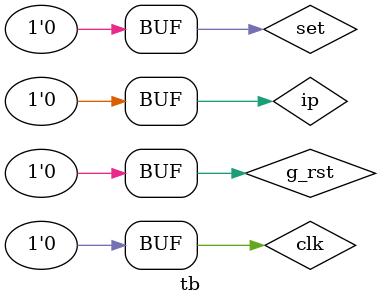
<source format=v>
module tb();
   parameter m=7;
  parameter [m-1:0]seq=7'b1100101;
  reg ip,clk,g_rst,set;
  wire op;
 
  mela_non mo(ip,clk,g_rst,set,op);
  always
  begin
    clk=1;
    #5
    clk=0;
    #5;
  end
  
  initial
  begin
    g_rst=1;set=0;
    #10
    g_rst=0;set=0;ip=1;
    #10
    g_rst=0;set=0;ip=0;
    #10
    g_rst=0;set=0;ip=1;
    #10
    g_rst=0;set=0;ip=0;
    #10
    g_rst=0;set=0;ip=0;
    #10
    g_rst=0;set=0;ip=1;
    #10
    g_rst=0;set=0;ip=1;
    #10
    g_rst=0;set=0;ip=1;
    #10
    g_rst=0;set=0;ip=1;
    #10
    g_rst=0;set=0;ip=1;
    #10
    g_rst=0;set=0;ip=0;
    #10;
    
  end
  
 // always
//  begin  
//    ip=$random;
//    #10;
//  end
  
endmodule
</source>
